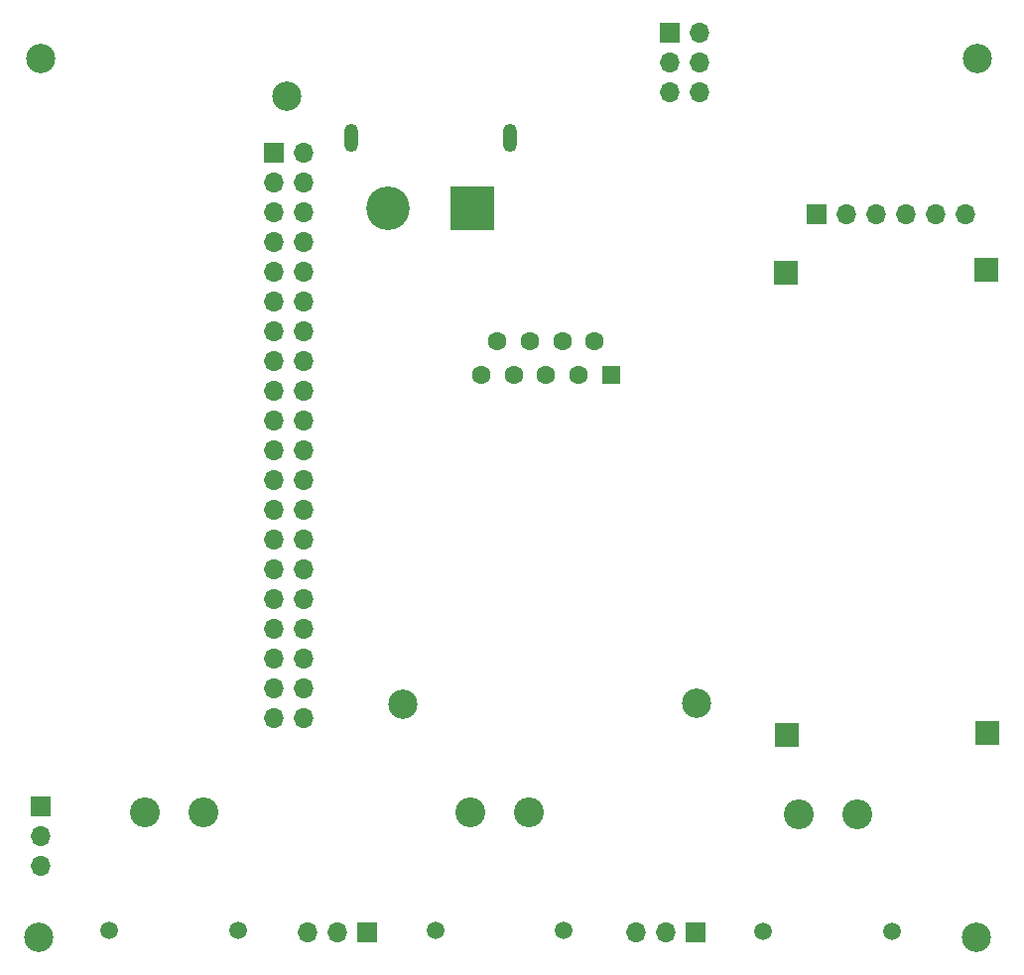
<source format=gbr>
%TF.GenerationSoftware,KiCad,Pcbnew,6.0.8-f2edbf62ab~116~ubuntu22.04.1*%
%TF.CreationDate,2022-11-23T03:00:06-05:00*%
%TF.ProjectId,MJBOTS-CubeSat,4d4a424f-5453-42d4-9375-62655361742e,rev?*%
%TF.SameCoordinates,Original*%
%TF.FileFunction,Soldermask,Top*%
%TF.FilePolarity,Negative*%
%FSLAX46Y46*%
G04 Gerber Fmt 4.6, Leading zero omitted, Abs format (unit mm)*
G04 Created by KiCad (PCBNEW 6.0.8-f2edbf62ab~116~ubuntu22.04.1) date 2022-11-23 03:00:06*
%MOMM*%
%LPD*%
G01*
G04 APERTURE LIST*
%ADD10C,2.500000*%
%ADD11R,1.600000X1.600000*%
%ADD12C,1.600000*%
%ADD13C,2.550000*%
%ADD14C,1.500000*%
%ADD15R,1.700000X1.700000*%
%ADD16O,1.700000X1.700000*%
%ADD17R,3.716000X3.716000*%
%ADD18C,3.716000*%
%ADD19O,1.200000X2.400000*%
%ADD20R,2.000000X2.000000*%
G04 APERTURE END LIST*
D10*
%TO.C,H7*%
X129950000Y-104100000D03*
%TD*%
%TO.C,H5*%
X155000000Y-104000000D03*
%TD*%
D11*
%TO.C,J4*%
X147700000Y-76000000D03*
D12*
X144930000Y-76000000D03*
X142160000Y-76000000D03*
X139390000Y-76000000D03*
X136620000Y-76000000D03*
X146315000Y-73160000D03*
X143545000Y-73160000D03*
X140775000Y-73160000D03*
X138005000Y-73160000D03*
%TD*%
D13*
%TO.C,J9*%
X112900000Y-113388000D03*
X107900000Y-113388000D03*
D14*
X104900000Y-123388000D03*
X115900000Y-123388000D03*
%TD*%
D15*
%TO.C,J1*%
X152725000Y-46800000D03*
D16*
X155265000Y-46800000D03*
X152725000Y-49340000D03*
X155265000Y-49340000D03*
X152725000Y-51880000D03*
X155265000Y-51880000D03*
%TD*%
D15*
%TO.C,J2*%
X165250000Y-62300000D03*
D16*
X167790000Y-62300000D03*
X170330000Y-62300000D03*
X172870000Y-62300000D03*
X175410000Y-62300000D03*
X177950000Y-62300000D03*
%TD*%
D17*
%TO.C,J7*%
X135900000Y-61800000D03*
D18*
X128700000Y-61800000D03*
D19*
X139050000Y-55800000D03*
X125550000Y-55800000D03*
%TD*%
D20*
%TO.C,U1*%
X162750000Y-106750000D03*
X179850000Y-106600000D03*
X162602000Y-67314000D03*
X179750000Y-67050000D03*
%TD*%
D15*
%TO.C,J6*%
X99000000Y-112875000D03*
D16*
X99000000Y-115415000D03*
X99000000Y-117955000D03*
%TD*%
D15*
%TO.C,J3*%
X118925000Y-57075000D03*
D16*
X121465000Y-57075000D03*
X118925000Y-59615000D03*
X121465000Y-59615000D03*
X118925000Y-62155000D03*
X121465000Y-62155000D03*
X118925000Y-64695000D03*
X121465000Y-64695000D03*
X118925000Y-67235000D03*
X121465000Y-67235000D03*
X118925000Y-69775000D03*
X121465000Y-69775000D03*
X118925000Y-72315000D03*
X121465000Y-72315000D03*
X118925000Y-74855000D03*
X121465000Y-74855000D03*
X118925000Y-77395000D03*
X121465000Y-77395000D03*
X118925000Y-79935000D03*
X121465000Y-79935000D03*
X118925000Y-82475000D03*
X121465000Y-82475000D03*
X118925000Y-85015000D03*
X121465000Y-85015000D03*
X118925000Y-87555000D03*
X121465000Y-87555000D03*
X118925000Y-90095000D03*
X121465000Y-90095000D03*
X118925000Y-92635000D03*
X121465000Y-92635000D03*
X118925000Y-95175000D03*
X121465000Y-95175000D03*
X118925000Y-97715000D03*
X121465000Y-97715000D03*
X118925000Y-100255000D03*
X121465000Y-100255000D03*
X118925000Y-102795000D03*
X121465000Y-102795000D03*
X118925000Y-105335000D03*
X121465000Y-105335000D03*
%TD*%
D10*
%TO.C,H2*%
X179000000Y-49000000D03*
%TD*%
%TO.C,H3*%
X98900000Y-124000000D03*
%TD*%
D15*
%TO.C,J12*%
X126900000Y-123600000D03*
D16*
X124360000Y-123600000D03*
X121820000Y-123600000D03*
%TD*%
D14*
%TO.C,J8*%
X171700000Y-123488000D03*
X160700000Y-123488000D03*
D13*
X163700000Y-113488000D03*
X168700000Y-113488000D03*
%TD*%
D16*
%TO.C,J5*%
X149845000Y-123600000D03*
X152385000Y-123600000D03*
D15*
X154925000Y-123600000D03*
%TD*%
D10*
%TO.C,H1*%
X178900000Y-124000000D03*
%TD*%
%TO.C,H4*%
X99000000Y-49000000D03*
%TD*%
D13*
%TO.C,J10*%
X140700000Y-113388000D03*
X135700000Y-113388000D03*
D14*
X132700000Y-123388000D03*
X143700000Y-123388000D03*
%TD*%
D10*
%TO.C,H6*%
X120000000Y-52250000D03*
%TD*%
M02*

</source>
